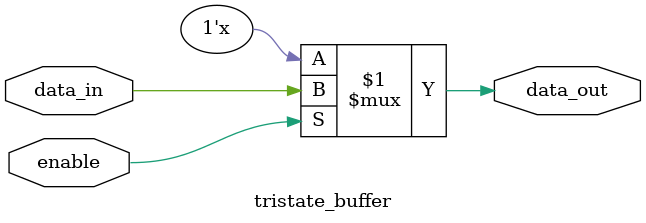
<source format=v>

module tristate_buffer (data_out, data_in, enable);
output data_out;
input  data_in;
input  enable;

assign data_out = enable ? data_in : 1'bz;

endmodule
</source>
